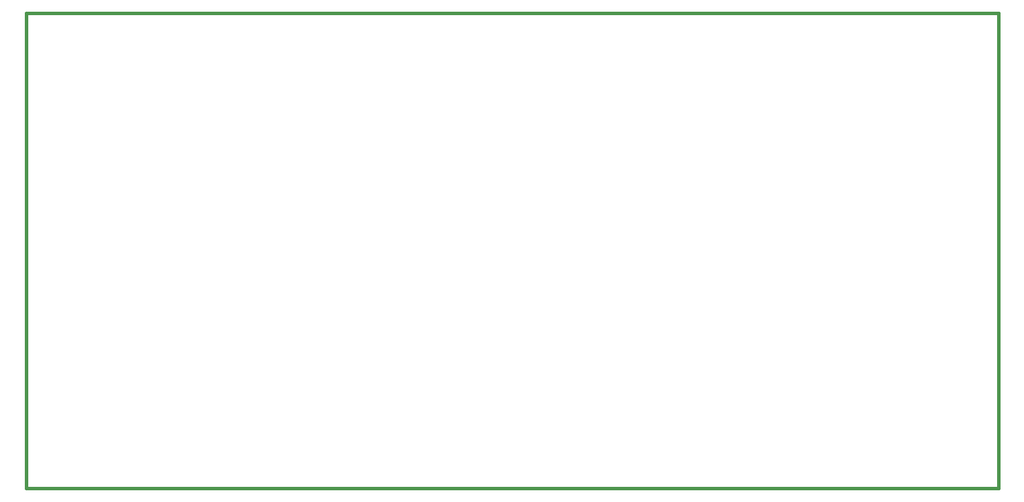
<source format=gbr>
G04 (created by PCBNEW-RS274X (2012-apr-16-27)-stable) date tor 22 apr 2014 20:35:00 CEST*
G01*
G70*
G90*
%MOIN*%
G04 Gerber Fmt 3.4, Leading zero omitted, Abs format*
%FSLAX34Y34*%
G04 APERTURE LIST*
%ADD10C,0.006000*%
%ADD11C,0.015000*%
G04 APERTURE END LIST*
G54D10*
G54D11*
X54500Y-62000D02*
X54500Y-39000D01*
X101500Y-62000D02*
X54500Y-62000D01*
X101500Y-39000D02*
X101500Y-62000D01*
X54500Y-39000D02*
X101500Y-39000D01*
M02*

</source>
